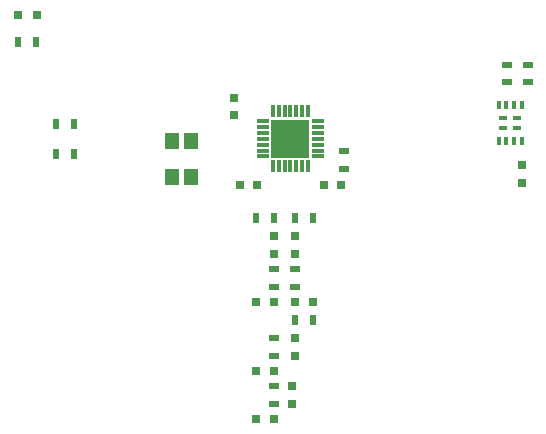
<source format=gbr>
G04 #@! TF.FileFunction,Paste,Top*
%FSLAX46Y46*%
G04 Gerber Fmt 4.6, Leading zero omitted, Abs format (unit mm)*
G04 Created by KiCad (PCBNEW 4.0.7) date Mon Jan  1 09:54:25 2018*
%MOMM*%
%LPD*%
G01*
G04 APERTURE LIST*
%ADD10C,0.100000*%
%ADD11R,0.800000X0.750000*%
%ADD12R,0.750000X0.800000*%
%ADD13R,0.900000X0.500000*%
%ADD14R,0.500000X0.900000*%
%ADD15R,0.300000X1.000000*%
%ADD16R,1.000000X0.300000*%
%ADD17R,3.300000X3.300000*%
%ADD18R,0.350000X0.650000*%
%ADD19R,0.720000X0.465000*%
%ADD20R,1.150000X1.400000*%
%ADD21R,0.800000X0.800000*%
G04 APERTURE END LIST*
D10*
D11*
X74116500Y-83629500D03*
X75616500Y-83629500D03*
D12*
X77152500Y-82347500D03*
X77152500Y-80847500D03*
D11*
X74116500Y-79565500D03*
X75616500Y-79565500D03*
D12*
X77406500Y-78283500D03*
X77406500Y-76783500D03*
D11*
X74116500Y-73723500D03*
X75616500Y-73723500D03*
X78918500Y-73723500D03*
X77418500Y-73723500D03*
D12*
X75628500Y-69647500D03*
X75628500Y-68147500D03*
X77406500Y-69647500D03*
X77406500Y-68147500D03*
D11*
X72719500Y-63817500D03*
X74219500Y-63817500D03*
X81331500Y-63817500D03*
X79831500Y-63817500D03*
D12*
X72263000Y-56400000D03*
X72263000Y-57900000D03*
X96647000Y-63615000D03*
X96647000Y-62115000D03*
D13*
X75628500Y-80847500D03*
X75628500Y-82347500D03*
X75628500Y-76783500D03*
X75628500Y-78283500D03*
D14*
X78918500Y-75247500D03*
X77418500Y-75247500D03*
D13*
X75628500Y-70941500D03*
X75628500Y-72441500D03*
X77406500Y-70941500D03*
X77406500Y-72441500D03*
D14*
X78918500Y-66611500D03*
X77418500Y-66611500D03*
X74116500Y-66611500D03*
X75616500Y-66611500D03*
D13*
X81597500Y-60908500D03*
X81597500Y-62408500D03*
D14*
X58662000Y-61214000D03*
X57162000Y-61214000D03*
X58662000Y-58674000D03*
X57162000Y-58674000D03*
D13*
X97155000Y-53606000D03*
X97155000Y-55106000D03*
X95377000Y-53606000D03*
X95377000Y-55106000D03*
D15*
X75525500Y-62230500D03*
X76025500Y-62230500D03*
X76525500Y-62230500D03*
X77025500Y-62230500D03*
X77525500Y-62230500D03*
X78025500Y-62230500D03*
X78525500Y-62230500D03*
D16*
X79375500Y-61380500D03*
X79375500Y-60880500D03*
X79375500Y-60380500D03*
X79375500Y-59880500D03*
X79375500Y-59380500D03*
X79375500Y-58880500D03*
X79375500Y-58380500D03*
D15*
X78525500Y-57530500D03*
X78025500Y-57530500D03*
X77525500Y-57530500D03*
X77025500Y-57530500D03*
X76525500Y-57530500D03*
X76025500Y-57530500D03*
X75525500Y-57530500D03*
D16*
X74675500Y-58380500D03*
X74675500Y-58880500D03*
X74675500Y-59380500D03*
X74675500Y-59880500D03*
X74675500Y-60380500D03*
X74675500Y-60880500D03*
X74675500Y-61380500D03*
D17*
X77025500Y-59880500D03*
D18*
X96606000Y-56997000D03*
X95956000Y-56997000D03*
X95306000Y-56997000D03*
X94656000Y-56997000D03*
X94656000Y-60097000D03*
X95306000Y-60097000D03*
X95956000Y-60097000D03*
X96606000Y-60097000D03*
D19*
X95031000Y-58934500D03*
X96231000Y-58934500D03*
X95031000Y-58159500D03*
X96231000Y-58159500D03*
D20*
X68618000Y-63095000D03*
X68618000Y-60095000D03*
X67018000Y-60095000D03*
X67018000Y-63095000D03*
D21*
X55537000Y-49403000D03*
X53937000Y-49403000D03*
D14*
X53987000Y-51689000D03*
X55487000Y-51689000D03*
M02*

</source>
